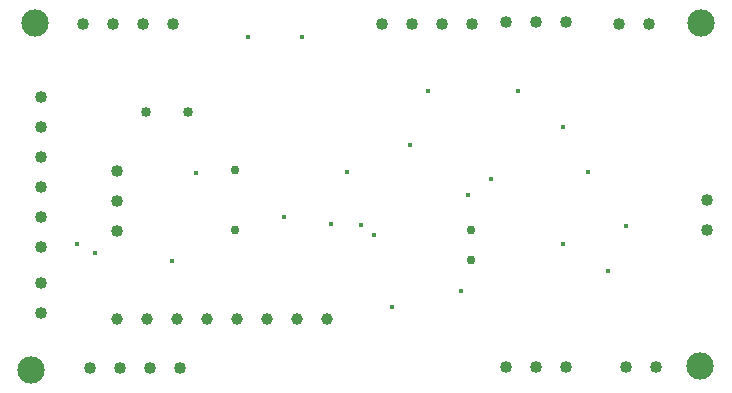
<source format=gbr>
G04 PROTEUS GERBER X2 FILE*
%TF.GenerationSoftware,Labcenter,Proteus,8.15-SP1-Build34318*%
%TF.CreationDate,2024-02-24T08:34:58+00:00*%
%TF.FileFunction,Plated,1,2,PTH*%
%TF.FilePolarity,Positive*%
%TF.Part,Single*%
%TF.SameCoordinates,{d6b9a477-15e1-4d55-aad5-44706a46bc90}*%
%FSLAX45Y45*%
%MOMM*%
G01*
%TA.AperFunction,ViaDrill*%
%ADD82C,0.381000*%
%TA.AperFunction,ComponentDrill*%
%ADD83C,0.750000*%
%ADD84C,1.016000*%
%ADD85C,0.762000*%
%ADD86C,0.850000*%
%TA.AperFunction,ComponentDrill*%
%ADD87C,1.000000*%
%TA.AperFunction,OtherDrill,Unknown*%
%ADD88C,2.311400*%
%TD.AperFunction*%
D82*
X-6172200Y+6096000D03*
X-4724400Y+6629400D03*
X-6324600Y+6705600D03*
X-6436000Y+6794500D03*
X-4508500Y+7239000D03*
X-8036000Y+6487000D03*
X-6934200Y+8382000D03*
X-7391400Y+8382000D03*
X-6683200Y+6804200D03*
X-7830820Y+7236460D03*
X-6019800Y+7467600D03*
X-6553200Y+7239000D03*
X-5105400Y+7924800D03*
X-4343400Y+6400800D03*
X-4724400Y+7620000D03*
X-5336000Y+7187000D03*
X-5588000Y+6233160D03*
X-8839200Y+6629400D03*
X-4191000Y+6781800D03*
X-5867400Y+7924800D03*
X-5524500Y+7048500D03*
X-7086600Y+6858000D03*
X-8686800Y+6553200D03*
D83*
X-5500000Y+6750000D03*
X-5500000Y+6500000D03*
D84*
X-9144000Y+6604000D03*
X-9144000Y+6858000D03*
X-9144000Y+7112000D03*
X-9144000Y+7366000D03*
X-9144000Y+6301220D03*
X-9144000Y+6047220D03*
D85*
X-7500000Y+7258000D03*
X-7500000Y+6750000D03*
D86*
X-8250000Y+7750000D03*
X-7900000Y+7750000D03*
D84*
X-5492000Y+8500000D03*
X-5746000Y+8500000D03*
X-6000000Y+8500000D03*
X-6254000Y+8500000D03*
X-3500000Y+6750000D03*
X-3500000Y+7004000D03*
X-9144000Y+7874000D03*
X-9144000Y+7620000D03*
X-8500000Y+6746000D03*
X-8500000Y+7000000D03*
X-8500000Y+7254000D03*
X-4191000Y+5588000D03*
X-3937000Y+5588000D03*
X-3996000Y+8500000D03*
X-4250000Y+8500000D03*
X-7962000Y+5587000D03*
X-8216000Y+5587000D03*
X-8470000Y+5587000D03*
X-8724000Y+5587000D03*
X-8026000Y+8497000D03*
X-8280000Y+8497000D03*
X-8534000Y+8497000D03*
X-8788000Y+8497000D03*
D87*
X-6722000Y+6000000D03*
X-6976000Y+6000000D03*
X-7230000Y+6000000D03*
X-7484000Y+6000000D03*
X-7738000Y+6000000D03*
X-7992000Y+6000000D03*
X-8246000Y+6000000D03*
X-8500000Y+6000000D03*
D84*
X-5207000Y+8509000D03*
X-4953000Y+8509000D03*
X-4699000Y+8509000D03*
X-5207000Y+5588000D03*
X-4953000Y+5588000D03*
X-4699000Y+5588000D03*
D88*
X-9196000Y+8507000D03*
X-9226000Y+5567000D03*
X-3566000Y+5597000D03*
X-3556000Y+8507000D03*
M02*

</source>
